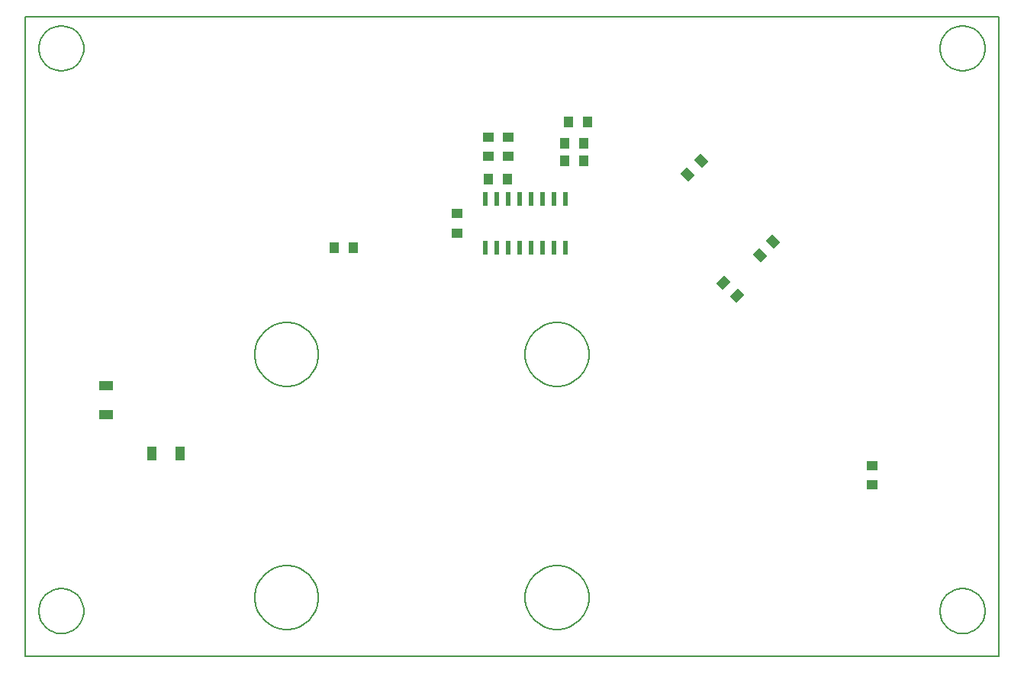
<source format=gbr>
G04 PROTEUS GERBER X2 FILE*
%TF.GenerationSoftware,Labcenter,Proteus,8.6-SP2-Build23525*%
%TF.CreationDate,2018-04-04T03:23:59+00:00*%
%TF.FileFunction,Paste,Bot*%
%TF.FilePolarity,Positive*%
%TF.Part,Single*%
%FSLAX45Y45*%
%MOMM*%
G01*
%TA.AperFunction,Material*%
%ADD48R,1.270000X1.016000*%
%ADD49R,1.016000X1.524000*%
%ADD50R,1.524000X1.016000*%
%TA.AperFunction,Material*%
%ADD51R,0.609600X1.498600*%
%AMPPAD046*
4,1,4,
0.089800,0.808220,
0.808220,0.089800,
-0.089800,-0.808220,
-0.808220,-0.089800,
0.089800,0.808220,
0*%
%TA.AperFunction,Material*%
%ADD52PPAD046*%
%AMPPAD047*
4,1,4,
0.808220,-0.089800,
0.089800,-0.808220,
-0.808220,0.089800,
-0.089800,0.808220,
0.808220,-0.089800,
0*%
%ADD53PPAD047*%
%ADD54R,1.016000X1.270000*%
%TA.AperFunction,Profile*%
%ADD17C,0.203200*%
%TD.AperFunction*%
D48*
X+9000000Y-600000D03*
X+9000000Y-386640D03*
D49*
X+1000000Y-250000D03*
X+1314960Y-250000D03*
D50*
X+500000Y+185040D03*
X+500000Y+500000D03*
D51*
X+4703620Y+2579380D03*
X+4830620Y+2579380D03*
X+4957620Y+2579380D03*
X+5084620Y+2579380D03*
X+5211620Y+2579380D03*
X+5338620Y+2579380D03*
X+5465620Y+2579380D03*
X+5592620Y+2579380D03*
X+5592620Y+2039380D03*
X+5465620Y+2039380D03*
X+5338620Y+2039380D03*
X+5211620Y+2039380D03*
X+5084620Y+2039380D03*
X+4957620Y+2039380D03*
X+4830620Y+2039380D03*
X+4703620Y+2039380D03*
D48*
X+4391120Y+2413540D03*
X+4391120Y+2200180D03*
D52*
X+7349132Y+1650868D03*
X+7500000Y+1500000D03*
D53*
X+7749131Y+1949132D03*
X+7900000Y+2100000D03*
X+7100000Y+3000000D03*
X+6949132Y+2849132D03*
D54*
X+5628640Y+3429000D03*
X+5842000Y+3429000D03*
X+5586640Y+3200000D03*
X+5800000Y+3200000D03*
X+5586640Y+3000000D03*
X+5800000Y+3000000D03*
D48*
X+4739640Y+3261360D03*
X+4739640Y+3048000D03*
X+4957620Y+3048000D03*
X+4957620Y+3261360D03*
D54*
X+4953000Y+2794000D03*
X+4739640Y+2794000D03*
X+3025140Y+2032000D03*
X+3238500Y+2032000D03*
D17*
X-400000Y-2500000D02*
X+10400000Y-2500000D01*
X+10400000Y+4600000D01*
X-400000Y+4600000D01*
X-400000Y-2500000D01*
X+250000Y-2000000D02*
X+249185Y-1979829D01*
X+242566Y-1939486D01*
X+228753Y-1899143D01*
X+206307Y-1858800D01*
X+172010Y-1818582D01*
X+131667Y-1787482D01*
X+91324Y-1767277D01*
X+50981Y-1755253D01*
X+10638Y-1750226D01*
X+0Y-1750000D01*
X-250000Y-2000000D02*
X-249185Y-1979829D01*
X-242566Y-1939486D01*
X-228753Y-1899143D01*
X-206307Y-1858800D01*
X-172010Y-1818582D01*
X-131667Y-1787482D01*
X-91324Y-1767277D01*
X-50981Y-1755253D01*
X-10638Y-1750226D01*
X+0Y-1750000D01*
X-250000Y-2000000D02*
X-249185Y-2020171D01*
X-242566Y-2060514D01*
X-228753Y-2100857D01*
X-206307Y-2141200D01*
X-172010Y-2181418D01*
X-131667Y-2212518D01*
X-91324Y-2232723D01*
X-50981Y-2244747D01*
X-10638Y-2249774D01*
X+0Y-2250000D01*
X+250000Y-2000000D02*
X+249185Y-2020171D01*
X+242566Y-2060514D01*
X+228753Y-2100857D01*
X+206307Y-2141200D01*
X+172010Y-2181418D01*
X+131667Y-2212518D01*
X+91324Y-2232723D01*
X+50981Y-2244747D01*
X+10638Y-2249774D01*
X+0Y-2250000D01*
X+10250000Y-2000000D02*
X+10249185Y-1979829D01*
X+10242566Y-1939486D01*
X+10228753Y-1899143D01*
X+10206307Y-1858800D01*
X+10172010Y-1818582D01*
X+10131667Y-1787482D01*
X+10091324Y-1767277D01*
X+10050981Y-1755253D01*
X+10010638Y-1750226D01*
X+10000000Y-1750000D01*
X+9750000Y-2000000D02*
X+9750815Y-1979829D01*
X+9757434Y-1939486D01*
X+9771247Y-1899143D01*
X+9793693Y-1858800D01*
X+9827990Y-1818582D01*
X+9868333Y-1787482D01*
X+9908676Y-1767277D01*
X+9949019Y-1755253D01*
X+9989362Y-1750226D01*
X+10000000Y-1750000D01*
X+9750000Y-2000000D02*
X+9750815Y-2020171D01*
X+9757434Y-2060514D01*
X+9771247Y-2100857D01*
X+9793693Y-2141200D01*
X+9827990Y-2181418D01*
X+9868333Y-2212518D01*
X+9908676Y-2232723D01*
X+9949019Y-2244747D01*
X+9989362Y-2249774D01*
X+10000000Y-2250000D01*
X+10250000Y-2000000D02*
X+10249185Y-2020171D01*
X+10242566Y-2060514D01*
X+10228753Y-2100857D01*
X+10206307Y-2141200D01*
X+10172010Y-2181418D01*
X+10131667Y-2212518D01*
X+10091324Y-2232723D01*
X+10050981Y-2244747D01*
X+10010638Y-2249774D01*
X+10000000Y-2250000D01*
X+10250000Y+4250000D02*
X+10249185Y+4270171D01*
X+10242566Y+4310514D01*
X+10228753Y+4350857D01*
X+10206307Y+4391200D01*
X+10172010Y+4431418D01*
X+10131667Y+4462518D01*
X+10091324Y+4482723D01*
X+10050981Y+4494747D01*
X+10010638Y+4499774D01*
X+10000000Y+4500000D01*
X+9750000Y+4250000D02*
X+9750815Y+4270171D01*
X+9757434Y+4310514D01*
X+9771247Y+4350857D01*
X+9793693Y+4391200D01*
X+9827990Y+4431418D01*
X+9868333Y+4462518D01*
X+9908676Y+4482723D01*
X+9949019Y+4494747D01*
X+9989362Y+4499774D01*
X+10000000Y+4500000D01*
X+9750000Y+4250000D02*
X+9750815Y+4229829D01*
X+9757434Y+4189486D01*
X+9771247Y+4149143D01*
X+9793693Y+4108800D01*
X+9827990Y+4068582D01*
X+9868333Y+4037482D01*
X+9908676Y+4017277D01*
X+9949019Y+4005253D01*
X+9989362Y+4000226D01*
X+10000000Y+4000000D01*
X+10250000Y+4250000D02*
X+10249185Y+4229829D01*
X+10242566Y+4189486D01*
X+10228753Y+4149143D01*
X+10206307Y+4108800D01*
X+10172010Y+4068582D01*
X+10131667Y+4037482D01*
X+10091324Y+4017277D01*
X+10050981Y+4005253D01*
X+10010638Y+4000226D01*
X+10000000Y+4000000D01*
X+250000Y+4250000D02*
X+249185Y+4270171D01*
X+242566Y+4310514D01*
X+228753Y+4350857D01*
X+206307Y+4391200D01*
X+172010Y+4431418D01*
X+131667Y+4462518D01*
X+91324Y+4482723D01*
X+50981Y+4494747D01*
X+10638Y+4499774D01*
X+0Y+4500000D01*
X-250000Y+4250000D02*
X-249185Y+4270171D01*
X-242566Y+4310514D01*
X-228753Y+4350857D01*
X-206307Y+4391200D01*
X-172010Y+4431418D01*
X-131667Y+4462518D01*
X-91324Y+4482723D01*
X-50981Y+4494747D01*
X-10638Y+4499774D01*
X+0Y+4500000D01*
X-250000Y+4250000D02*
X-249185Y+4229829D01*
X-242566Y+4189486D01*
X-228753Y+4149143D01*
X-206307Y+4108800D01*
X-172010Y+4068582D01*
X-131667Y+4037482D01*
X-91324Y+4017277D01*
X-50981Y+4005253D01*
X-10638Y+4000226D01*
X+0Y+4000000D01*
X+250000Y+4250000D02*
X+249185Y+4229829D01*
X+242566Y+4189486D01*
X+228753Y+4149143D01*
X+206307Y+4108800D01*
X+172010Y+4068582D01*
X+131667Y+4037482D01*
X+91324Y+4017277D01*
X+50981Y+4005253D01*
X+10638Y+4000226D01*
X+0Y+4000000D01*
X+2853553Y+850000D02*
X+2852430Y+878155D01*
X+2843315Y+934467D01*
X+2824316Y+990779D01*
X+2793521Y+1047091D01*
X+2746596Y+1103358D01*
X+2690284Y+1147979D01*
X+2633972Y+1177187D01*
X+2577660Y+1194918D01*
X+2521348Y+1202908D01*
X+2500000Y+1203553D01*
X+2146447Y+850000D02*
X+2147570Y+878155D01*
X+2156685Y+934467D01*
X+2175684Y+990779D01*
X+2206479Y+1047091D01*
X+2253404Y+1103358D01*
X+2309716Y+1147979D01*
X+2366028Y+1177187D01*
X+2422340Y+1194918D01*
X+2478652Y+1202908D01*
X+2500000Y+1203553D01*
X+2146447Y+850000D02*
X+2147570Y+821845D01*
X+2156685Y+765533D01*
X+2175684Y+709221D01*
X+2206479Y+652909D01*
X+2253404Y+596642D01*
X+2309716Y+552021D01*
X+2366028Y+522813D01*
X+2422340Y+505082D01*
X+2478652Y+497092D01*
X+2500000Y+496447D01*
X+2853553Y+850000D02*
X+2852430Y+821845D01*
X+2843315Y+765533D01*
X+2824316Y+709221D01*
X+2793521Y+652909D01*
X+2746596Y+596642D01*
X+2690284Y+552021D01*
X+2633972Y+522813D01*
X+2577660Y+505082D01*
X+2521348Y+497092D01*
X+2500000Y+496447D01*
X+2853553Y-1850000D02*
X+2852430Y-1821845D01*
X+2843315Y-1765533D01*
X+2824316Y-1709221D01*
X+2793521Y-1652909D01*
X+2746596Y-1596642D01*
X+2690284Y-1552021D01*
X+2633972Y-1522813D01*
X+2577660Y-1505082D01*
X+2521348Y-1497092D01*
X+2500000Y-1496447D01*
X+2146447Y-1850000D02*
X+2147570Y-1821845D01*
X+2156685Y-1765533D01*
X+2175684Y-1709221D01*
X+2206479Y-1652909D01*
X+2253404Y-1596642D01*
X+2309716Y-1552021D01*
X+2366028Y-1522813D01*
X+2422340Y-1505082D01*
X+2478652Y-1497092D01*
X+2500000Y-1496447D01*
X+2146447Y-1850000D02*
X+2147570Y-1878155D01*
X+2156685Y-1934467D01*
X+2175684Y-1990779D01*
X+2206479Y-2047091D01*
X+2253404Y-2103358D01*
X+2309716Y-2147979D01*
X+2366028Y-2177187D01*
X+2422340Y-2194918D01*
X+2478652Y-2202908D01*
X+2500000Y-2203553D01*
X+2853553Y-1850000D02*
X+2852430Y-1878155D01*
X+2843315Y-1934467D01*
X+2824316Y-1990779D01*
X+2793521Y-2047091D01*
X+2746596Y-2103358D01*
X+2690284Y-2147979D01*
X+2633972Y-2177187D01*
X+2577660Y-2194918D01*
X+2521348Y-2202908D01*
X+2500000Y-2203553D01*
X+5853553Y+850000D02*
X+5852430Y+878155D01*
X+5843315Y+934467D01*
X+5824316Y+990779D01*
X+5793521Y+1047091D01*
X+5746596Y+1103358D01*
X+5690284Y+1147979D01*
X+5633972Y+1177187D01*
X+5577660Y+1194918D01*
X+5521348Y+1202908D01*
X+5500000Y+1203553D01*
X+5146447Y+850000D02*
X+5147570Y+878155D01*
X+5156685Y+934467D01*
X+5175684Y+990779D01*
X+5206479Y+1047091D01*
X+5253404Y+1103358D01*
X+5309716Y+1147979D01*
X+5366028Y+1177187D01*
X+5422340Y+1194918D01*
X+5478652Y+1202908D01*
X+5500000Y+1203553D01*
X+5146447Y+850000D02*
X+5147570Y+821845D01*
X+5156685Y+765533D01*
X+5175684Y+709221D01*
X+5206479Y+652909D01*
X+5253404Y+596642D01*
X+5309716Y+552021D01*
X+5366028Y+522813D01*
X+5422340Y+505082D01*
X+5478652Y+497092D01*
X+5500000Y+496447D01*
X+5853553Y+850000D02*
X+5852430Y+821845D01*
X+5843315Y+765533D01*
X+5824316Y+709221D01*
X+5793521Y+652909D01*
X+5746596Y+596642D01*
X+5690284Y+552021D01*
X+5633972Y+522813D01*
X+5577660Y+505082D01*
X+5521348Y+497092D01*
X+5500000Y+496447D01*
X+5853553Y-1850000D02*
X+5852430Y-1821845D01*
X+5843315Y-1765533D01*
X+5824316Y-1709221D01*
X+5793521Y-1652909D01*
X+5746596Y-1596642D01*
X+5690284Y-1552021D01*
X+5633972Y-1522813D01*
X+5577660Y-1505082D01*
X+5521348Y-1497092D01*
X+5500000Y-1496447D01*
X+5146447Y-1850000D02*
X+5147570Y-1821845D01*
X+5156685Y-1765533D01*
X+5175684Y-1709221D01*
X+5206479Y-1652909D01*
X+5253404Y-1596642D01*
X+5309716Y-1552021D01*
X+5366028Y-1522813D01*
X+5422340Y-1505082D01*
X+5478652Y-1497092D01*
X+5500000Y-1496447D01*
X+5146447Y-1850000D02*
X+5147570Y-1878155D01*
X+5156685Y-1934467D01*
X+5175684Y-1990779D01*
X+5206479Y-2047091D01*
X+5253404Y-2103358D01*
X+5309716Y-2147979D01*
X+5366028Y-2177187D01*
X+5422340Y-2194918D01*
X+5478652Y-2202908D01*
X+5500000Y-2203553D01*
X+5853553Y-1850000D02*
X+5852430Y-1878155D01*
X+5843315Y-1934467D01*
X+5824316Y-1990779D01*
X+5793521Y-2047091D01*
X+5746596Y-2103358D01*
X+5690284Y-2147979D01*
X+5633972Y-2177187D01*
X+5577660Y-2194918D01*
X+5521348Y-2202908D01*
X+5500000Y-2203553D01*
M02*

</source>
